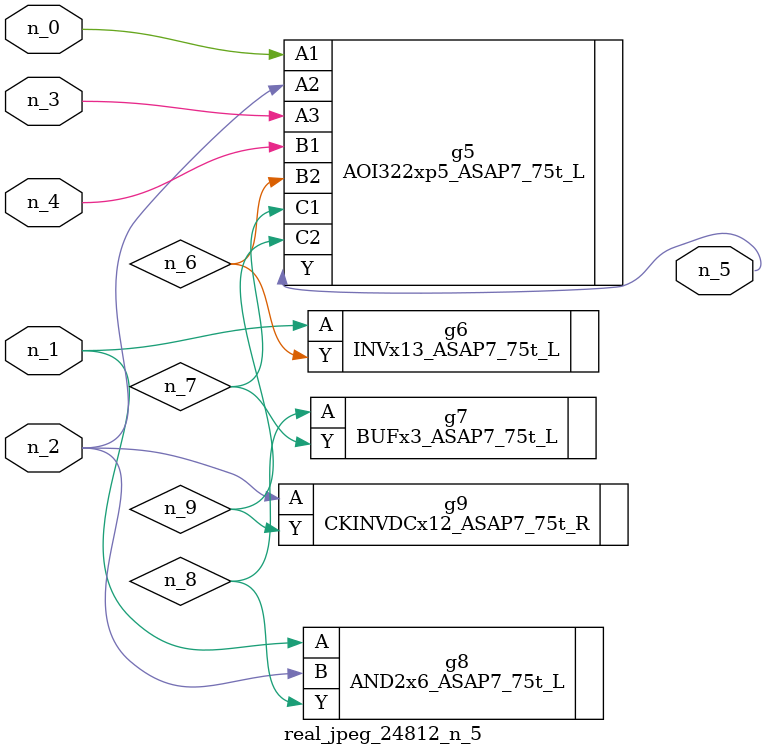
<source format=v>
module real_jpeg_24812_n_5 (n_4, n_0, n_1, n_2, n_3, n_5);

input n_4;
input n_0;
input n_1;
input n_2;
input n_3;

output n_5;

wire n_8;
wire n_6;
wire n_7;
wire n_9;

AOI322xp5_ASAP7_75t_L g5 ( 
.A1(n_0),
.A2(n_2),
.A3(n_3),
.B1(n_4),
.B2(n_6),
.C1(n_7),
.C2(n_9),
.Y(n_5)
);

INVx13_ASAP7_75t_L g6 ( 
.A(n_1),
.Y(n_6)
);

AND2x6_ASAP7_75t_L g8 ( 
.A(n_1),
.B(n_2),
.Y(n_8)
);

CKINVDCx12_ASAP7_75t_R g9 ( 
.A(n_2),
.Y(n_9)
);

BUFx3_ASAP7_75t_L g7 ( 
.A(n_8),
.Y(n_7)
);


endmodule
</source>
